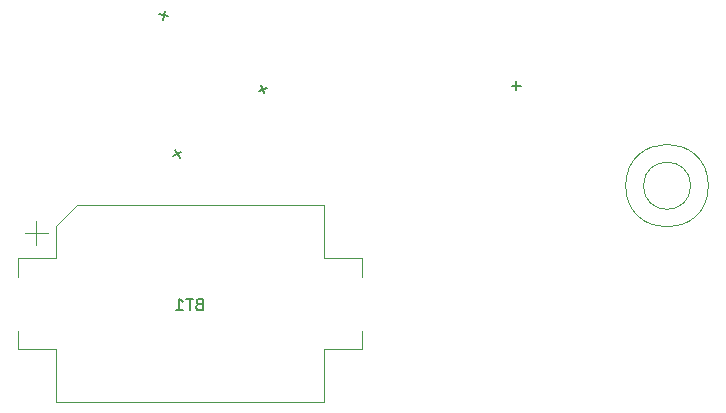
<source format=gbr>
%TF.GenerationSoftware,KiCad,Pcbnew,7.0.1*%
%TF.CreationDate,2023-04-19T20:31:54+02:00*%
%TF.ProjectId,axolotl,61786f6c-6f74-46c2-9e6b-696361645f70,rev?*%
%TF.SameCoordinates,Original*%
%TF.FileFunction,Legend,Bot*%
%TF.FilePolarity,Positive*%
%FSLAX46Y46*%
G04 Gerber Fmt 4.6, Leading zero omitted, Abs format (unit mm)*
G04 Created by KiCad (PCBNEW 7.0.1) date 2023-04-19 20:31:54*
%MOMM*%
%LPD*%
G01*
G04 APERTURE LIST*
%ADD10C,0.150000*%
%ADD11C,0.120000*%
G04 APERTURE END LIST*
D10*
%TO.C,BT1*%
X101885714Y-72638809D02*
X101742857Y-72686428D01*
X101742857Y-72686428D02*
X101695238Y-72734047D01*
X101695238Y-72734047D02*
X101647619Y-72829285D01*
X101647619Y-72829285D02*
X101647619Y-72972142D01*
X101647619Y-72972142D02*
X101695238Y-73067380D01*
X101695238Y-73067380D02*
X101742857Y-73115000D01*
X101742857Y-73115000D02*
X101838095Y-73162619D01*
X101838095Y-73162619D02*
X102219047Y-73162619D01*
X102219047Y-73162619D02*
X102219047Y-72162619D01*
X102219047Y-72162619D02*
X101885714Y-72162619D01*
X101885714Y-72162619D02*
X101790476Y-72210238D01*
X101790476Y-72210238D02*
X101742857Y-72257857D01*
X101742857Y-72257857D02*
X101695238Y-72353095D01*
X101695238Y-72353095D02*
X101695238Y-72448333D01*
X101695238Y-72448333D02*
X101742857Y-72543571D01*
X101742857Y-72543571D02*
X101790476Y-72591190D01*
X101790476Y-72591190D02*
X101885714Y-72638809D01*
X101885714Y-72638809D02*
X102219047Y-72638809D01*
X101361904Y-72162619D02*
X100790476Y-72162619D01*
X101076190Y-73162619D02*
X101076190Y-72162619D01*
X99933333Y-73162619D02*
X100504761Y-73162619D01*
X100219047Y-73162619D02*
X100219047Y-72162619D01*
X100219047Y-72162619D02*
X100314285Y-72305476D01*
X100314285Y-72305476D02*
X100409523Y-72400714D01*
X100409523Y-72400714D02*
X100504761Y-72448333D01*
%TO.C,D1*%
X98956900Y-47793904D02*
X98824597Y-48544233D01*
X99265913Y-48235220D02*
X98515584Y-48102917D01*
%TO.C,D2*%
X107636775Y-54284284D02*
X106920818Y-54544871D01*
X107409090Y-54772555D02*
X107148503Y-54056599D01*
%TO.C,D3*%
X100233244Y-60260144D02*
X99852292Y-59600315D01*
X99712853Y-60120705D02*
X100372682Y-59739753D01*
%TO.C,D4*%
X128731666Y-53759048D02*
X128731666Y-54520953D01*
X129112619Y-54140000D02*
X128350714Y-54140000D01*
D11*
%TO.C,BT1*%
X89100000Y-66600000D02*
X87100000Y-66600000D01*
X88100000Y-67600000D02*
X88100000Y-65600000D01*
X112450000Y-80950000D02*
X112450000Y-76450000D01*
X89750000Y-80950000D02*
X89750000Y-76450000D01*
X89750000Y-80950000D02*
X112450000Y-80950000D01*
X115650000Y-76450000D02*
X115650000Y-74900000D01*
X112450000Y-76450000D02*
X115650000Y-76450000D01*
X86550000Y-76450000D02*
X86550000Y-74900000D01*
X89750000Y-76450000D02*
X86550000Y-76450000D01*
X86550000Y-68750000D02*
X86550000Y-70300000D01*
X89750000Y-68750000D02*
X86550000Y-68750000D01*
X91550000Y-64250000D02*
X89750000Y-66050000D01*
X89750000Y-66050000D02*
X89750000Y-68750000D01*
X112450000Y-64250000D02*
X91550000Y-64250000D01*
X112450000Y-64250000D02*
X112450000Y-68750000D01*
X115650000Y-68750000D02*
X115650000Y-70300000D01*
X112450000Y-68750000D02*
X115650000Y-68750000D01*
%TO.C,SW1*%
X145000000Y-62600000D02*
G75*
G03*
X145000000Y-62600000I-3500000J0D01*
G01*
X143500000Y-62600000D02*
G75*
G03*
X143500000Y-62600000I-2000000J0D01*
G01*
%TD*%
M02*

</source>
